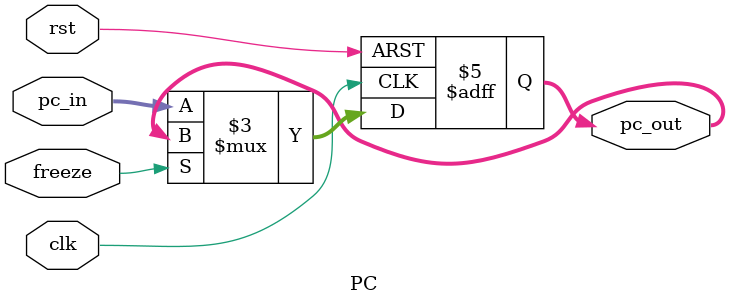
<source format=v>
module PC (clk, rst, pc_in, freeze, pc_out);
  input [31:0] pc_in;
  input rst, clk, freeze;
  output reg[31:0] pc_out;
  
  always @(posedge clk, posedge rst)
  begin
	if (rst)
		pc_out <= 32'd0;
	else if (freeze == 1'b0)
      pc_out <= pc_in;
  end
endmodule
</source>
